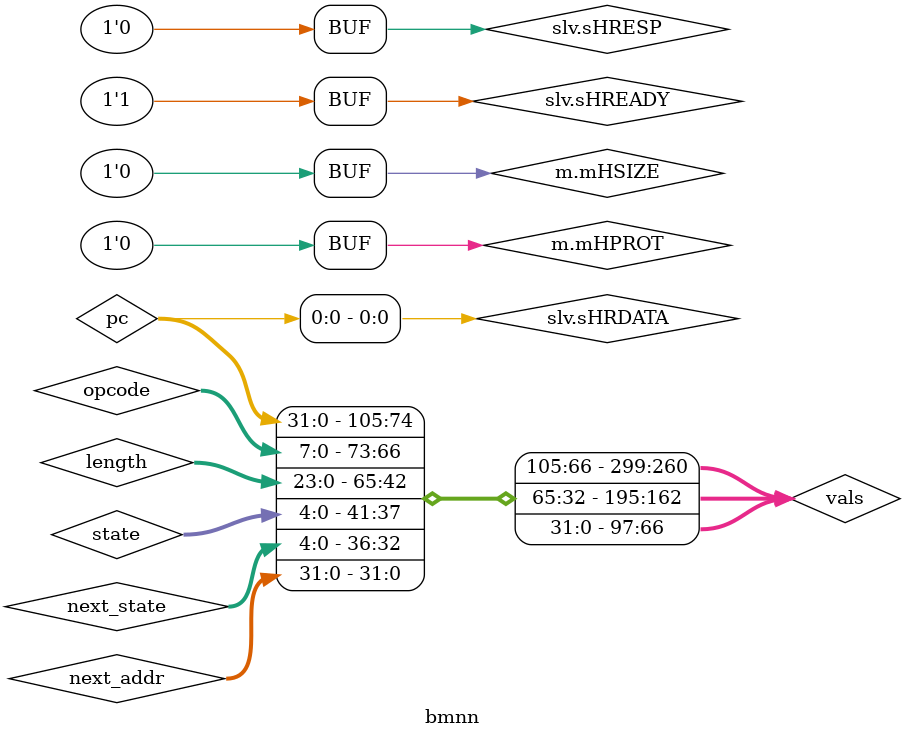
<source format=sv>

`ifdef FOO
`include "nnintf.svh"
`include "ahbif.svh"
`endif

`define ADDR_OFFSET 4
`define NN_ADDR_OFFSET 1
`define KBOUNDARY (1024 - `ADDR_OFFSET)

typedef reg [31:0] system_addr;
typedef reg [31:0] Word;

typedef enum logic [7:0] {LoadMem=1, SaveMem=2, StartNN=3, WaitNN=4, SetMem=5, EndBM=15} cmd;
typedef enum reg [4:0] {SLAVE_SEL, SLAVE_READ, SLAVE_WRITE, REQ, ADDR, ADDR2, ADDR3, CMD1, CMD2, CMD3, LOAD_ADDR, LOAD_READ, LOAD, SAVE_ADDR, SAVE, SET_ADDR,
			SET, START, START2, WAIT, WAIT_REQ, WAIT_GRANT, END} state_enum;

typedef enum logic [1:0] {IDLE,BUSY,NONSEQ,SEQ} transfermode;
typedef enum logic [2:0] {SINGLE,INCR,WRAP4,INCR4,WRAP8,INCR8,WRAP16,INCR16} burstmode;

//module NNTop (mAHBIF.AHBM master, sAHBIF.AHBS slave, nnIntf nn,input clk,reset);

//
// interface to student bus master to nn block
//

module bmnn(mAHBIF.AHBM m,sAHBIF.AHBS slv,nnIntf.nn_drv n);

	struct packed{
		system_addr PC;
		struct packed{
			reg [7:0] opcode;
			reg [23:0] length;
		} w1,w2,w3;
		state_enum state, next_state;
		system_addr addr, prev_addr, next_addr;
		reg busreq;
		Word loadword;
		reg waiting;
		Word ndout;
	} vals, vals_d;
	
	logic cont;
	logic store; // store=1 means the value at nextread is written
	logic advance_pc; // advance_pc=1 means the PC will increment

	state_enum state, next_state;
	reg [7:0] opcode;
	system_addr pc,next_addr;
	reg [23:0] length;
	assign opcode = vals.w1.opcode;
	assign state = vals.state;
	assign next_state = vals.next_state;
	assign pc = vals.PC;
	assign next_addr = vals.next_addr;
	assign length = vals.w3.length;

	always @(*) begin

		/* hold state by default */
		vals_d = vals;

		/* usually, I don't talk to the NN */
		n.addr = 0;
		n.RW = 0;
		n.sel = 0;
		n.din = 0;

		/* if this gets set to 0, data will not be stored into buffer */
		store = 1;
		
		/* continue once we get valid data from the bus */
		cont = m.mHREADYin;

		/* send addr to the master interface */
		m.mHADDR = vals.addr;

		/* if this gets set to 0, the PC will not increment */
		advance_pc = 1;

		/* send busreq to the master interface */
		vals_d.busreq = vals.busreq;
		m.mHBUSREQ = vals.busreq;

		/* we are always ready, always OKAY */
		slv.sHREADY = 1; slv.sHRESP = 0;

		/* as a slave, we always give PC as read data */
		slv.sHRDATA = vals.PC;

		/* size is always 32 bits */
		m.mHSIZE = 2;

		/* some AHB defaults */
		m.mHWDATA = 0;
		m.mHTRANS = 0;
		m.mHBURST = 0;
		m.mHWRITE = 0;

		/* these aren't used */
		m.mHPROT = 0;

		/**** CASE STATEMENT ****/
		case (vals.state)
		/** SLAVE STATES HERE **/
		SLAVE_SEL: begin /* patiently wait for my hsel signal */
			store = 0; advance_pc = 0;
			if (slv.sHSEL && slv.sHREADYin) begin
				if (slv.sHTRANS == 2'd1 || slv.sHTRANS == 2'd0) /* busy or idle */
					vals_d.state = SLAVE_SEL;
				else if (slv.sHWRITE) begin
					vals_d.state = SLAVE_READ;
				end else begin
					vals_d.state = SLAVE_WRITE;
				end
			end else begin
				vals_d.state = SLAVE_SEL;
			end
		end
		SLAVE_READ: begin /* receive data as a slave */
			store = 0; advance_pc = 0;

			vals_d.PC = slv.sHWDATA;
			vals_d.addr = slv.sHWDATA;

			if (slv.sHSEL) begin
				vals_d.state = REQ;
				vals_d.busreq = 1;
			end else begin
				vals_d.state = (vals.busreq) ? SLAVE_SEL : REQ;
			end
			vals_d.busreq = 1;
		end
		SLAVE_WRITE: begin /* send data as a slave */
			store = 0; advance_pc = 0;
			if (slv.sHSEL) begin
				//slv.sHRDATA = vals.PC;
				vals_d.busreq = 1;
			end
			vals_d.state = (vals.busreq) ? SLAVE_SEL : REQ;
		end

		/** MASTER STATES HERE **/
		/* 3 */
		REQ: begin /* during this phase, assert busreq */

			store = 0; //advance_pc = 0;

			/* we can still be addressed as a slave here */
			if (slv.sHSEL) begin
				if (slv.sHWRITE) begin
					vals_d.state = SLAVE_READ;
				end else begin
					vals_d.state = SLAVE_WRITE;
				end
			end
//			else if (m.mHGRANT) begin
//				vals_d.state = ADDR;
//			end
//			else begin
//				vals_d.state = REQ;
//			end
			else begin
				//vals_d.state = ADDR;
				vals_d.state = CMD1;
				vals_d.addr = vals.PC;
			end
		end
		/* 4 */
		ADDR: begin /* during this phase, the first master addr is being sent */
			vals_d.state = CMD1;
			store = 0;
			m.mHTRANS = NONSEQ; m.mHBURST = SINGLE;
		end
		/* 5 */
		ADDR2: begin /* same as addr, but return to next_state (follows loss of grant) */
			vals_d.state = vals.next_state;
			vals_d.addr = vals.next_addr;

			cont = 1;

			store = 0; //advance_pc = 0;
			m.mHTRANS = NONSEQ; m.mHBURST = SINGLE;
		end
		/* 6 */
		ADDR3: begin /* same as addr, but skip CMD1 (use after 1-word command) */
			vals_d.state = CMD2;
			store = 0;
			m.mHTRANS = NONSEQ; m.mHBURST = SINGLE;
		end
		/* 7 */
		CMD1: begin /* data is read and the next addr is sent during this phase */
			vals_d.state = CMD2;
			if (m.mHRDATA[31:24] == EndBM) begin
				m.mHWRITE = 1;
				m.mHTRANS = IDLE; m.mHBURST = SINGLE;
			end else begin
				m.mHWRITE = 0;
				m.mHTRANS = NONSEQ; m.mHBURST = SINGLE;
			end
		end
		/* 8 */
		CMD2: begin /* data retrieved in CMD1 can be interpreted here */
			case (vals.w1.opcode)
				LoadMem: begin
					vals_d.state = CMD3;
				end
				SaveMem: begin
					vals_d.state = CMD3;
				end
				StartNN: begin
					vals_d.state = START;
					advance_pc = 0;
				end
				WaitNN: begin
					vals_d.state = WAIT;
					vals_d.busreq = 0;
					vals_d.waiting = 1;
					advance_pc = 0;
				end
				SetMem: begin
					vals_d.state = CMD3;
				end
				EndBM: begin
					vals_d.waiting = 0;
					vals_d.state = END;
					m.mHWRITE = 1;vals_d.PC = 0; advance_pc = 0;
					vals_d.busreq = 0;
				end
				default: begin
					vals_d.state = CMD2;
				end
			endcase
			if (vals.w1.opcode == EndBM) begin
				m.mHTRANS = IDLE; m.mHBURST = SINGLE;
			end else begin
				m.mHTRANS = NONSEQ; m.mHBURST = SINGLE;
			end
		end
		/* 9 */
		CMD3: begin /* if the command has 3 words, this state is used for the 3rd */
		
			vals_d.addr = 0;
		
			advance_pc = 0;

			case (vals.w2.opcode) //check opcode
				LoadMem: begin
					vals_d.addr = vals.w1;
					vals_d.state = LOAD_ADDR;
				end
				SaveMem: begin
					vals_d.addr = m.mHRDATA;
					vals_d.state = SAVE_ADDR;
				end
				SetMem: begin
					vals_d.addr = vals.w1;
					vals_d.state = SET_ADDR;
				end
				default: begin
					vals_d.addr = vals.PC;
					vals_d.state = CMD1;
				end
			endcase
			m.mHTRANS = IDLE; m.mHBURST = SINGLE;
		end
		/* 10 */
		LOAD_ADDR: begin
			vals_d.w2 = vals.w2 + `ADDR_OFFSET;
			vals_d.addr = vals_d.w2;
			vals_d.state = LOAD_READ;
			store = 0; advance_pc = 0;
			m.mHTRANS = NONSEQ; m.mHBURST = INCR;
		end
		/* 11 */
		LOAD_READ: begin /* LoadMem: copy data from main memory to NN memory */
			/* word2 is the main memory addr, CMD3 is the NN memory addr */
			//m.mHADDR = vals.w2;
			m.mHWRITE = 0;
			
			
			/* increment address and decrement length */
			//vals_d.w1 = vals.w1 + `ADDR_OFFSET;
			vals_d.w2 = vals.w2 + `ADDR_OFFSET;
			vals_d.addr = vals_d.w2;
			//vals_d.w3.length = vals.w3.length - 1;

			store = 0;

			advance_pc = 0;

			vals_d.loadword = m.mHRDATA;

			if (vals.addr[9:0] == `KBOUNDARY) begin
				m.mHTRANS = NONSEQ; m.mHBURST = INCR;
			end else begin
				m.mHTRANS = SEQ; m.mHBURST = INCR;
			end

			vals_d.state = LOAD;
		end
		/* 12 */
		LOAD: begin /* LoadMem: copy data from main memory to NN memory */
			/* word2 is the main memory addr, CMD3 is the NN memory addr */
			//m.mHADDR = vals.w2;
			m.mHWRITE = 0;
			
			//n.addr = vals.w1;
			n.addr = (vals.w1[31]) ? (vals.w1[19:0] + 20'h20000) :
					(vals.w1[19:0] + 20'h40000);
			n.RW = 1;
			n.sel = 1;
			n.din = vals.loadword;

			vals_d.loadword = m.mHRDATA;
			
			/* increment address and decrement length */
			vals_d.w1 = vals.w1 + `NN_ADDR_OFFSET;
			vals_d.w2 = vals.w2 + `ADDR_OFFSET;
			vals_d.w3.length = vals.w3.length - 1;

			store = 0;

			advance_pc = 0;

			if (vals.w3.length>1) begin
				vals_d.state = LOAD;
				vals_d.PC = vals.PC;
				vals_d.addr = vals_d.w2;

				if (vals.addr[9:0] == `KBOUNDARY) begin
					m.mHTRANS = NONSEQ; m.mHBURST = INCR;
				end else begin
					m.mHTRANS = SEQ; m.mHBURST = INCR;
				end
			end else begin
				vals_d.state = ADDR;
				vals_d.addr = vals_d.PC;
				m.mHTRANS = IDLE; m.mHBURST = SINGLE;
			end
		end
		/* 13 */
		SAVE_ADDR: begin
			vals_d.w1 = vals.w1 + `ADDR_OFFSET;
			vals_d.w2 = vals.w2 + `NN_ADDR_OFFSET;
			
			vals_d.addr = vals_d.w1;
			vals_d.state = SAVE;
			
			//n.addr = vals_d.w2;
			n.addr = (vals.w2[31]) ? (vals.w2[19:0] + 20'h20000) :
					(vals.w2[19:0] + 20'h40000);
			n.RW = 0;
			n.sel = 1;

			vals_d.ndout = n.dout;

			m.mHWRITE = 1;

			store = 0; advance_pc = 0;
			m.mHTRANS = NONSEQ; m.mHBURST = INCR;
		end
		/* 14 */
		SAVE: begin /* SaveMem: copy data from NN memory to main memory */
			/* word2 is the NN memory addr, CMD3 is the main memory addr */
			//n.addr = vals.w2;
			n.addr = (vals.w2[31]) ? (vals.w2[19:0] + 20'h20000) :
					(vals.w2[19:0] + 20'h40000);
			n.RW = 0;
			n.sel = 1;

			vals_d.ndout = n.dout;
			
			//m.mHADDR = vals.w1;
			m.mHWRITE = 1;
			m.mHWDATA = vals.ndout;
			
			/* increment address and decrement length */
			vals_d.w1 = vals.w1 + `ADDR_OFFSET;
			vals_d.w2 = vals.w2 + `NN_ADDR_OFFSET;
			vals_d.w3.length = vals.w3.length - 1;

			store = 0;

			advance_pc = 0;

			if (vals.w3.length>1) begin
				vals_d.state = SAVE;
				vals_d.PC = vals.PC;
				vals_d.addr = vals_d.w1;

				if (vals.addr[9:0] == `KBOUNDARY) begin
					m.mHTRANS = NONSEQ; m.mHBURST = INCR;
				end else begin
					m.mHTRANS = SEQ; m.mHBURST = INCR;
				end
			end else begin
				vals_d.state = ADDR;
				vals_d.addr = vals_d.PC;
				m.mHTRANS = IDLE; m.mHBURST = SINGLE;
			end
		end
		/* 15 */
		SET_ADDR: begin
			vals_d.addr = vals.w2;
			vals_d.state = SET;
			store = 0; advance_pc = 0;
			m.mHWRITE = 1;
			m.mHTRANS = NONSEQ; m.mHBURST = SINGLE;
		end
		/* 16 */
		SET: begin /* SetMem: place an immediate value into main memory */
			/* word2 is the main memory addr, CMD3 is the value to write */
			//m.mHADDR = vals.w2;
			m.mHWRITE = 1;
			m.mHWDATA = vals.w1;
			
			vals_d.state = ADDR;
			vals_d.addr = vals_d.PC;

			store = 0; advance_pc = 0;
			m.mHTRANS = IDLE; m.mHBURST = SINGLE;
		end
		/* 17 */
		START: begin
			store = 0; advance_pc = 0;

			n.RW = 1; n.sel = 1; n.addr = 0;
			n.din = 32'h20010;

			vals_d.addr = vals_d.PC;

			vals_d.state = START2;
			m.mHTRANS = IDLE; m.mHBURST = SINGLE;
		end
		/* 18 */
		START2: begin
			store = 0; advance_pc = 0;

			n.RW = 1; n.sel = 1; n.addr = 2;
			n.din = 32'h0000_0ACE;

			vals_d.addr = vals_d.PC;

			vals_d.state = ADDR3;
			m.mHTRANS = IDLE; m.mHBURST = SINGLE;
		end
		/* 19 */
		WAIT: begin
			//if (n.pushout) begin
			//	vals_d.state = ADDR3;
			//	vals_d.busreq = 1;
			//end else begin
			//	vals_d.state = WAIT;
			//end
			vals_d.state = CMD2;
			store = 0; advance_pc = 0;
		end
		/* 20 */
		WAIT_REQ: begin
			vals_d.state = WAIT_GRANT;
			store = 0; advance_pc = 0;
		end
		/* 21 */
		WAIT_GRANT: begin
			if (m.mHGRANT)
				vals_d.state = ADDR3;
			else
				vals_d.state = WAIT_GRANT;
			store = 0; advance_pc = 0;
		end
		/* 22 */
		END: begin
			vals_d.state = SLAVE_SEL;
			vals_d.busreq = 0;
			store = 0; advance_pc = 0;
			m.mHWRITE = 1;
		end
		endcase
		/**** END CASE STATEMENT ****/


		/* increment the PC */
		if (advance_pc) begin
			vals_d.PC = vals.PC + `ADDR_OFFSET;
			vals_d.addr = vals_d.PC;
		end

		/* if lose grant, keep busreq high, so no need to return to REQ */
		if ((!m.mHGRANT && vals.busreq) || vals.waiting ) begin

			vals_d.next_state = vals_d.state;
			vals_d.next_addr = vals_d.addr;

			vals_d.state = ADDR2;
			//vals_d.addr = vals.prev_addr;
			vals_d.addr = vals.addr;

			//store = 0;

			if (advance_pc) vals_d.PC = vals.PC; // don't advance PC
		end
		else begin
			vals_d.next_state = vals_d.state;
			vals_d.prev_addr = vals.addr;
			vals_d.next_addr = vals_d.addr;
		end

		/* store read data into shift buffer */
		if (store) begin
			vals_d.w1 = m.mHRDATA;
			vals_d.w2 = vals.w1;
			vals_d.w3 = vals.w2;
		end

		if (vals.waiting) begin
			if (n.pushout) begin
				vals_d.busreq = 1;
				vals_d.waiting = 0;
			end
			else vals_d.busreq = 0;
		end

		if (!cont && m.mHGRANT) /* if slave isn't ready, hold everything */
			vals_d = vals;

	end
	
	always @(posedge(m.HCLK) or posedge(m.HRESET)) begin
		if (m.HRESET) begin
			vals <= 0;
		end else begin
			vals <= #0.2 vals_d;
`ifdef FOO
			#1 $display("Addr: %d, State: %s, Reads: %0h,%0h,%0h", m.mHADDR, 					vals.state.name, vals.w1,vals.w2,vals.w3); // DEBUG
`endif
		end
	end
	
endmodule : bmnn

`ifdef FOO
module tb();

	reg clk, reset;
	mAHBIF m(clk,reset);
	sAHBIF s(clk,reset);
	nnIntf n(clk,reset);

	int clks;

	logic g;

	bmnn topmod(m.AHBM, s.AHBS, n.nn_drv);

	initial begin
		clk = 0;
		clks = 0;
		#5;
		repeat (100) begin
			clk = ~clk;
			if (clk) clks += 1;
			if (clk) $write("%d  ", clks);
			if (!clk) if (clks == 11 || clks == 17) g = ~g;
			if (!clk) if (clks == 35) n.pushout = 1;
			#5;
		end
		$finish;
	end

	Word arr [] = {0,1,2,3,4,5,{8'h01,24'h1},7,8,{8'h02,24'h1},10,11,{8'h03,24'h0},
			{8'h04,24'h0},{8'h05,24'h1},15,16,{8'hf,24'h0}};
	system_addr addr;

	initial begin
		$display("10bit boundary: %d",`KBOUNDARY);
		s.sHWRITE = 0;
		s.sHSEL = 0;
		s.sHWDATA = 0;
		s.sHREADYin = 1;
		s.sHTRANS = 2;

		m.mHREADYin = 0;
		m.mHRDATA = 0;

		g = 1;

		n.pushout = 1;

		reset = 1;
		#2 reset = 0;
		$monitor("Data out: %d",m.mHWDATA);

		@(posedge(clk)) #1;
		s.sHWRITE = 1;
		s.sHSEL = 1;
		@(posedge(clk)) #1;
		s.sHWDATA = 6;

		@(posedge(clk)) #1;
		s.sHSEL = 0;

		m.mHREADYin = 1;
		m.mHGRANT = 0;
		@(posedge(clk)) #1;@(posedge(clk)) #1;
		forever begin
			m.mHGRANT = m.mHBUSREQ && g;
			addr = (m.mHGRANT) ? m.mHADDR : 0;
			@(posedge(clk));
			#1;
			m.mHRDATA = arr[addr];
		end

	end

endmodule
`endif

</source>
